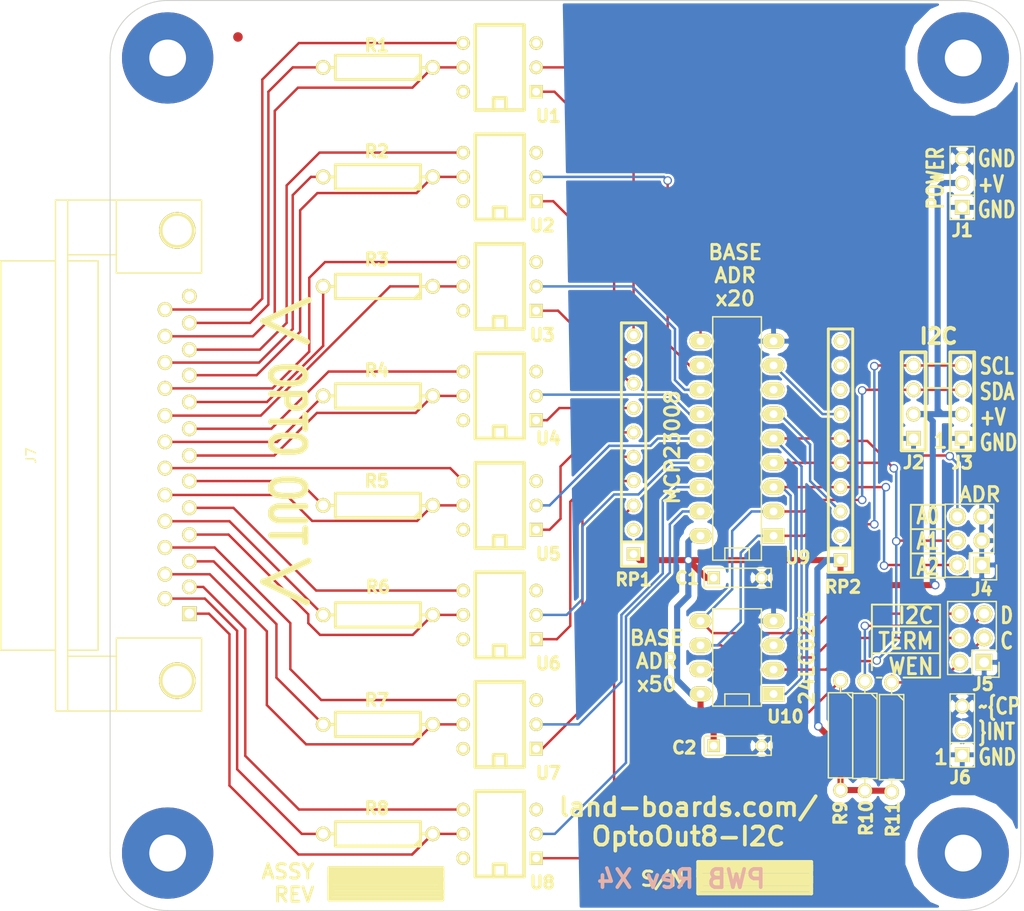
<source format=kicad_pcb>
(kicad_pcb (version 20211014) (generator pcbnew)
  (title_block (title "8-Channel Opto-Isolated Output I2C") (rev "X1") (company "land-boards.com"))
  (layers (0 "F.Cu" signal) (31 "B.Cu" signal) (36 "B.SilkS" user "B.Silkscreen") (37 "F.SilkS" user "F.Silkscreen") (38 "B.Mask" user) (39 "F.Mask" user) (44 "Edge.Cuts" user))
  (net 0 "")
  (net 1 "/A0")
  (net 2 "/A1")
  (net 3 "/A2")
  (net 4 "/SCL")
  (net 5 "/SDA")
  (net 6 "/VCC")
  (net 7 "GND")
  (net 8 "Net-(RP1-Pad3)")
  (net 9 "Net-(RP1-Pad4)")
  (net 10 "Net-(RP1-Pad5)")
  (net 11 "Net-(RP1-Pad6)")
  (net 12 "Net-(RP1-Pad7)")
  (net 13 "Net-(RP1-Pad8)")
  (net 14 "Net-(RP1-Pad9)")
  (net 15 "Net-(RP1-Pad10)")
  (net 16 "Net-(RP2-Pad3)")
  (net 17 "Net-(RP2-Pad7)")
  (net 18 "Net-(U1-Pad2)")
  (net 19 "Net-(U2-Pad2)")
  (net 20 "Net-(U3-Pad2)")
  (net 21 "Net-(U4-Pad2)")
  (net 22 "Net-(U5-Pad2)")
  (net 23 "Net-(U6-Pad2)")
  (net 24 "Net-(U7-Pad2)")
  (net 25 "Net-(U8-Pad2)")
  (net 26 "Net-(J5-Pad3)")
  (net 27 "Net-(J5-Pad2)")
  (net 28 "Net-(J5-Pad5)")
  (net 29 "/S7")
  (net 30 "/G7")
  (net 31 "/V6")
  (net 32 "/S5")
  (net 33 "/G5")
  (net 34 "/V4")
  (net 35 "/S3")
  (net 36 "/G3")
  (net 37 "/V2")
  (net 38 "/S1")
  (net 39 "/G1")
  (net 40 "/V0")
  (net 41 "/V7")
  (net 42 "/S6")
  (net 43 "/G6")
  (net 44 "/V5")
  (net 45 "/S4")
  (net 46 "/G4")
  (net 47 "/V3")
  (net 48 "/S2")
  (net 49 "/G2")
  (net 50 "/V1")
  (net 51 "/S0")
  (net 52 "/G0")
  (footprint "R4-5" (layer "F.Cu") (at 37.94 16.985 180)
    (fp_text reference "R1")
    (fp_text value "4.7K" hide)
  )
  (footprint "R4-5" (layer "F.Cu") (at 37.94 28.415 180)
    (fp_text reference "R2")
    (fp_text value "4.7K" hide)
  )
  (footprint "R4-5" (layer "F.Cu") (at 37.94 39.845 180)
    (fp_text reference "R3")
    (fp_text value "4.7K" hide)
  )
  (footprint "R4-5" (layer "F.Cu") (at 37.94 51.275 180)
    (fp_text reference "R4")
    (fp_text value "4.7K" hide)
  )
  (footprint "R4-5" (layer "F.Cu") (at 37.94 62.705 180)
    (fp_text reference "R5")
    (fp_text value "4.7K" hide)
  )
  (footprint "R4-5" (layer "F.Cu") (at 37.94 74.135 180)
    (fp_text reference "R6")
    (fp_text value "4.7K" hide)
  )
  (footprint "R4-5" (layer "F.Cu") (at 37.94 96.995 180)
    (fp_text reference "R8")
    (fp_text value "4.7K" hide)
  )
  (footprint "R4-5" (layer "F.Cu") (at 37.94 85.565 180)
    (fp_text reference "R7")
    (fp_text value "4.7K" hide)
  )
  (footprint "DIP-6__300" (layer "F.Cu") (at 50.64 96.995 90)
    (fp_text reference "U8")
    (fp_text value "4N26" hide)
  )
  (footprint "DIP-6__300" (layer "F.Cu") (at 50.64 16.985 90)
    (fp_text reference "U1")
    (fp_text value "4N26" hide)
  )
  (footprint "DIP-6__300" (layer "F.Cu") (at 50.64 28.415 90)
    (fp_text reference "U2")
    (fp_text value "4N26" hide)
  )
  (footprint "DIP-6__300" (layer "F.Cu") (at 50.64 39.845 90)
    (fp_text reference "U3")
    (fp_text value "4N26" hide)
  )
  (footprint "DIP-6__300" (layer "F.Cu") (at 50.64 51.275 90)
    (fp_text reference "U4")
    (fp_text value "4N26" hide)
  )
  (footprint "DIP-6__300" (layer "F.Cu") (at 50.64 62.705 90)
    (fp_text reference "U5")
    (fp_text value "4N26" hide)
  )
  (footprint "DIP-6__300" (layer "F.Cu") (at 50.64 74.135 90)
    (fp_text reference "U6")
    (fp_text value "4N26" hide)
  )
  (footprint "DIP-6__300" (layer "F.Cu") (at 50.64 85.565 90)
    (fp_text reference "U7")
    (fp_text value "4N26" hide)
  )
  (footprint "MTG-6-32" (layer "F.Cu") (at 16 16 180)
    (fp_text reference "MTG4" hide)
    (fp_text value "MTG_HOLE" hide)
  )
  (footprint "MTG-6-32" (layer "F.Cu") (at 99 16 180)
    (fp_text reference "MTG3" hide)
    (fp_text value "MTG_HOLE" hide)
  )
  (footprint "MTG-6-32" (layer "F.Cu") (at 16 99 180)
    (fp_text reference "MTG2" hide)
    (fp_text value "MTG_HOLE" hide)
  )
  (footprint "MTG-6-32" (layer "F.Cu") (at 99 99 180)
    (fp_text reference "MTG1" hide)
    (fp_text value "MTG_HOLE" hide)
  )
  (footprint "FIDUCIAL" (layer "F.Cu") (at 23.335 13.81 180)
    (fp_text reference "FID2" hide)
    (fp_text value "ADAFRUIT_FIDUCIAL" hide)
  )
  (footprint "FIDUCIAL" (layer "F.Cu") (at 90.01 101.44 180)
    (fp_text reference "FID1" hide)
    (fp_text value "ADAFRUIT_FIDUCIAL" hide)
  )
  (footprint "REV_BLOCK" (layer "F.Cu") (at 39.21 102.075 180)
    (fp_text reference "ST2" hide)
    (fp_text value "CONN_1" hide)
  )
  (footprint "pin_array_4x1" (layer "F.Cu") (at 98.9 55.72)
    (fp_text reference "J3")
    (fp_text value "CONN_4" hide)
  )
  (footprint "REV_BLOCK" (layer "F.Cu") (at 77.691 101.44 180)
    (fp_text reference "ST1" hide)
    (fp_text value "CONN_1" hide)
  )
  (footprint "SIL-10" (layer "F.Cu") (at 64.61 56.355 90)
    (fp_text reference "RP1")
    (fp_text value "330-RPACK" hide)
  )
  (footprint "SIL-10" (layer "F.Cu") (at 86.2 56.99 90)
    (fp_text reference "RP2")
    (fp_text value "4.7K-RPACK" hide)
  )
  (footprint "pin_array_4x1" (layer "F.Cu") (at 93.82 55.72)
    (fp_text reference "J2")
    (fp_text value "CONN_4" hide)
  )
  (footprint "PIN_ARRAY_3X1" (layer "F.Cu") (at 98.9 29.05 90)
    (fp_text reference "J1")
    (fp_text value "CONN_3" hide)
  )
  (footprint "PIN_ARRAY_3X1" (layer "F.Cu") (at 98.9 86.2 90)
    (fp_text reference "J6")
    (fp_text value "CONN_3" hide)
  )
  (footprint "Discret:R4-5" (layer "F.Cu") (at 88.74 86.7715 -90)
    (fp_text reference "R10")
    (fp_text value "2.2K" hide)
  )
  (footprint "Discret:R4-5" (layer "F.Cu") (at 91.534 86.8985 -90)
    (fp_text reference "R11")
    (fp_text value "2.2K" hide)
  )
  (footprint "Discret:R4-5" (layer "F.Cu") (at 86.2 86.708 -90)
    (fp_text reference "R9")
    (fp_text value "1K" hide)
  )
  (footprint "Pin_Headers:Pin_Header_Straight_2x03" (layer "F.Cu") (at 100.932 68.928 180)
    (fp_text reference "J4")
    (fp_text value "CONN_3X2" hide)
  )
  (footprint "Pin_Headers:Pin_Header_Straight_2x03" (layer "F.Cu") (at 101.186 79.088 180)
    (fp_text reference "J5")
    (fp_text value "CONN_02X03" hide)
  )
  (footprint "Capacitors_ThroughHole:C_Rect_L7_W2_P5" (layer "F.Cu") (at 72.964 70.264)
    (fp_text reference "C1")
    (fp_text value "0.1uF" hide)
  )
  (footprint "Capacitors_ThroughHole:C_Rect_L7_W2_P5" (layer "F.Cu") (at 72.964 87.79)
    (fp_text reference "C2")
    (fp_text value "0.1uF" hide)
  )
  (footprint "Housings_DIP:DIP-18__300_ELL" (layer "F.Cu") (at 75.405 55.72 90)
    (fp_text reference "U9")
    (fp_text value "MCP23008P" hide)
  )
  (footprint "Housings_DIP:DIP-8__300_ELL" (layer "F.Cu") (at 75.405 78.58 90)
    (fp_text reference "U10")
    (fp_text value "24C01" hide)
  )
  (footprint "DougsNewMods:DB25FC" (layer "F.Cu") (at 17 57.5 90)
    (fp_text reference "J7")
    (fp_text value "DB25")
  )
  (gr_line (start 93.538 70.01) (end 93.538 70.264) (layer "F.SilkS") (width 0.2))
  (gr_line (start 96.586 80.678) (end 92.776 80.678) (layer "F.SilkS") (width 0.2))
  (gr_line (start 90.49 80.678) (end 89.982 80.678) (layer "F.SilkS") (width 0.2))
  (gr_line (start 96.586 75.344) (end 96.586 78.138) (layer "F.SilkS") (width 0.2))
  (gr_line (start 93.538 70.264) (end 97.094 70.264) (layer "F.SilkS") (width 0.2))
  (gr_line (start 95.062 50.452) (end 97.602 50.452) (layer "F.SilkS") (width 0.2))
  (gr_line (start 95.824 47.912) (end 95.062 47.912) (layer "F.SilkS") (width 0.2))
  (gr_line (start 89.474 73.058) (end 89.474 75.344) (layer "F.SilkS") (width 0.2))
  (gr_line (start 96.586 80.424) (end 96.586 80.678) (layer "F.SilkS") (width 0.2))
  (gr_line (start 97.094 62.644) (end 93.538 62.644) (layer "F.SilkS") (width 0.2))
  (gr_line (start 93.538 67.724) (end 97.094 67.724) (layer "F.SilkS") (width 0.2))
  (gr_line (start 89.474 75.344) (end 96.586 75.344) (layer "F.SilkS") (width 0.2))
  (gr_line (start 96.332 73.058) (end 96.586 73.058) (layer "F.SilkS") (width 0.2))
  (gr_line (start 96.586 73.058) (end 89.474 73.058) (layer "F.SilkS") (width 0.2))
  (gr_line (start 93.538 62.644) (end 93.538 70.01) (layer "F.SilkS") (width 0.2))
  (gr_line (start 96.586 73.058) (end 96.586 80.424) (layer "F.SilkS") (width 0.2))
  (gr_line (start 89.474 78.138) (end 89.474 75.344) (layer "F.SilkS") (width 0.2))
  (gr_line (start 89.474 78.138) (end 89.474 79.916) (layer "F.SilkS") (width 0.2))
  (gr_line (start 93.538 65.184) (end 97.094 65.184) (layer "F.SilkS") (width 0.2))
  (gr_line (start 95.57 47.912) (end 97.602 47.912) (layer "F.SilkS") (width 0.2))
  (gr_line (start 96.586 78.138) (end 89.728 78.138) (layer "F.SilkS") (width 0.2))
  (gr_line (start 89.728 78.138) (end 89.474 78.138) (layer "F.SilkS") (width 0.2))
  (gr_line (start 105 16) (end 105 99) (layer "Edge.Cuts") (width 0.1))
  (gr_line (start 99 105) (end 16 105) (layer "Edge.Cuts") (width 0.1))
  (gr_arc (start 99 10) (mid 103.242641 11.757359) (end 105 16) (layer "Edge.Cuts") (width 0.1))
  (gr_arc (start 10 16) (mid 11.757359 11.757359) (end 16 10) (layer "Edge.Cuts") (width 0.1))
  (gr_line (start 16 10) (end 99 10) (layer "Edge.Cuts") (width 0.1))
  (gr_line (start 10 99) (end 10 16) (layer "Edge.Cuts") (width 0.1))
  (gr_arc (start 105 99) (mid 103.242641 103.242641) (end 99 105) (layer "Edge.Cuts") (width 0.1))
  (gr_arc (start 16 105) (mid 11.757359 103.242641) (end 10 99) (layer "Edge.Cuts") (width 0.1))
  (gr_text "PWB Rev X4" (at 78.58 101.694) (layer "B.SilkS") (effects (font (size 1.905 1.905) (thickness 0.381)) (justify left mirror)))
  (gr_text "1" (at 96.614 55.974) (layer "F.SilkS") (effects (font (size 1.5 1.5) (thickness 0.3))))
  (gr_text "A0\nA1\nA2" (at 95.316 66.454) (layer "F.SilkS") (effects (font (size 1.651 1.27) (thickness 0.3175))))
  (gr_text "\\/ OPTO OUT \\/" (at 28.415 73.5 270) (layer "F.SilkS") (effects (font (size 3.556 2.54) (thickness 0.635)) (justify right)))
  (gr_text "BASE\nADR\nx20" (at 75.2145 38.702) (layer "F.SilkS") (effects (font (size 1.5 1.5) (thickness 0.3))))
  (gr_text "ADR" (at 98.392 61.562) (layer "F.SilkS") (effects (font (size 1.5 1.5) (thickness 0.3)) (justify left)))
  (gr_text "I2C\nTERM\nWEN" (at 96.078 76.868) (layer "F.SilkS") (effects (font (size 1.651 1.5) (thickness 0.3)) (justify right)))
  (gr_text "S/N" (at 70.1345 101.694) (layer "F.SilkS") (effects (font (size 1.5 1.5) (thickness 0.3)) (justify right)))
  (gr_text "BASE\nADR\nx50" (at 67.023 78.961) (layer "F.SilkS") (effects (font (size 1.5 1.5) (thickness 0.3))))
  (gr_text "MCP23008" (at 68.65 56.65 90) (layer "F.SilkS") (effects (font (size 1.5 1.5) (thickness 0.3))))
  (gr_text "GND\n+V\nGND" (at 100.3605 29.177) (layer "F.SilkS") (effects (font (size 1.651 1.27) (thickness 0.3)) (justify left)))
  (gr_text "24LC024" (at 82.7 78.6 90) (layer "F.SilkS") (effects (font (size 1.5 1.5) (thickness 0.3))))
  (gr_text "~{CP\n}INT\nGND" (at 100.424 86.327) (layer "F.SilkS") (effects (font (size 1.651 1.27) (thickness 0.3)) (justify left)))
  (gr_text "ASSY\nREV" (at 31.463 102.1385) (layer "F.SilkS") (effects (font (size 1.5 1.5) (thickness 0.3)) (justify right)))
  (gr_text "D\nC" (at 102.71 75.532) (layer "F.SilkS") (effects (font (size 1.651 1.27) (thickness 0.3)) (justify left)))
  (gr_text "SCL\nSDA\n+V\nGND" (at 100.551 52.164) (layer "F.SilkS") (effects (font (size 1.651 1.27) (thickness 0.3)) (justify left)))
  (gr_text "1" (at 96.7 89) (layer "F.SilkS") (effects (font (size 1.5 1.5) (thickness 0.3))))
  (gr_text "I2C" (at 96.4235 45.052) (layer "F.SilkS") (effects (font (size 1.5875 1.5875) (thickness 0.396875))))
  (gr_text "POWER" (at 96.106 31.971 90) (layer "F.SilkS") (effects (font (size 1.651 1.27) (thickness 0.3)) (justify left)))
  (gr_text "land-boards.com/\nOptoOut8-I2C" (at 70.325 95.725) (layer "F.SilkS") (effects (font (size 1.905 1.905) (thickness 0.381))))
  (segment (start 90.518 57.498) (end 88.994 55.974) (width 0.254) (layer "F.Cu") (net 1))
  (segment (start 88.994 55.974) (end 86.454 55.974) (width 0.254) (layer "F.Cu") (net 1))
  (segment (start 86.454 55.974) (end 86.2 55.72) (width 0.254) (layer "F.Cu") (net 1))
  (segment (start 97.602 57.564) (end 97.536 57.498) (width 0.254) (layer "F.Cu") (net 1))
  (segment (start 97.536 57.498) (end 90.518 57.498) (width 0.254) (layer "F.Cu") (net 1))
  (segment (start 79.215 55.72) (end 86.2 55.72) (width 0.254) (layer "F.Cu") (net 1))
  (via (at 97.602 57.564) (size 0.889) (drill 0.635) (layers "F.Cu" "B.Cu") (net 1))
  (segment (start 80.485 82.39) (end 82.136 80.739) (width 0.254) (layer "B.Cu") (net 1))
  (segment (start 82.136 80.739) (end 82.136 58.641) (width 0.254) (layer "B.Cu") (net 1))
  (segment (start 82.136 58.641) (end 79.215 55.72) (width 0.254) (layer "B.Cu") (net 1))
  (segment (start 98.392 58.354) (end 97.602 57.564) (width 0.254) (layer "B.Cu") (net 1))
  (segment (start 79.215 82.39) (end 80.485 82.39) (width 0.254) (layer "B.Cu") (net 1))
  (segment (start 98.392 63.848) (end 98.392 58.354) (width 0.254) (layer "B.Cu") (net 1))
  (segment (start 84.676 79.85) (end 85.565 78.961) (width 0.254) (layer "F.Cu") (net 2))
  (segment (start 89.921 78.961) (end 89.982 78.9) (width 0.254) (layer "F.Cu") (net 2))
  (segment (start 91.186 58.26) (end 91.76 58.834) (width 0.254) (layer "F.Cu") (net 2))
  (segment (start 92.08 66.388) (end 92.014 66.454) (width 0.254) (layer "F.Cu") (net 2))
  (segment (start 86.2 58.26) (end 91.186 58.26) (width 0.254) (layer "F.Cu") (net 2))
  (segment (start 79.215 58.26) (end 86.2 58.26) (width 0.254) (layer "F.Cu") (net 2))
  (segment (start 85.565 78.961) (end 89.921 78.961) (width 0.254) (layer "F.Cu") (net 2))
  (segment (start 79.215 79.85) (end 84.676 79.85) (width 0.254) (layer "F.Cu") (net 2))
  (segment (start 98.392 66.388) (end 92.08 66.388) (width 0.254) (layer "F.Cu") (net 2))
  (via (at 91.76 58.834) (size 0.889) (drill 0.635) (layers "F.Cu" "B.Cu") (net 2))
  (via (at 92.014 66.454) (size 0.889) (drill 0.635) (layers "F.Cu" "B.Cu") (net 2))
  (via (at 89.982 78.9) (size 0.889) (drill 0.635) (layers "F.Cu" "B.Cu") (net 2))
  (segment (start 91.76 58.834) (end 92.014 59.088) (width 0.254) (layer "B.Cu") (net 2))
  (segment (start 92.014 59.088) (end 92.014 66.454) (width 0.254) (layer "B.Cu") (net 2))
  (segment (start 92.014 76.868) (end 89.982 78.9) (width 0.254) (layer "B.Cu") (net 2))
  (segment (start 92.014 66.454) (end 92.014 76.868) (width 0.254) (layer "B.Cu") (net 2))
  (segment (start 90.744 68.994) (end 90.81 68.928) (width 0.254) (layer "F.Cu") (net 3))
  (segment (start 90.81 68.928) (end 98.392 68.928) (width 0.254) (layer "F.Cu") (net 3))
  (segment (start 79.215 60.8) (end 86.2 60.8) (width 0.254) (layer "F.Cu") (net 3))
  (segment (start 86.2 60.8) (end 90.932 60.8) (width 0.254) (layer "F.Cu") (net 3))
  (via (at 90.932 60.8) (size 0.889) (drill 0.635) (layers "F.Cu" "B.Cu") (net 3))
  (via (at 90.744 68.994) (size 0.889) (drill 0.635) (layers "F.Cu" "B.Cu") (net 3))
  (segment (start 80.104 60.8) (end 80.993 61.689) (width 0.254) (layer "B.Cu") (net 3))
  (segment (start 80.993 61.689) (end 80.993 75.532) (width 0.254) (layer "B.Cu") (net 3))
  (segment (start 80.993 75.532) (end 79.215 77.31) (width 0.254) (layer "B.Cu") (net 3))
  (segment (start 90.932 60.8) (end 90.744 60.988) (width 0.254) (layer "B.Cu") (net 3))
  (segment (start 90.744 60.988) (end 90.744 68.994) (width 0.254) (layer "B.Cu") (net 3))
  (segment (start 79.215 60.8) (end 80.104 60.8) (width 0.254) (layer "B.Cu") (net 3))
  (segment (start 75.024 78.58) (end 73.754 77.31) (width 0.254) (layer "F.Cu") (net 4))
  (segment (start 73.754 77.31) (end 71.595 77.31) (width 0.254) (layer "F.Cu") (net 4))
  (segment (start 83.406 78.58) (end 75.024 78.58) (width 0.254) (layer "F.Cu") (net 4))
  (segment (start 83.406 78.58) (end 85.438 76.548) (width 0.254) (layer "F.Cu") (net 4))
  (segment (start 89.728 48.166) (end 89.794 48.1) (width 0.254) (layer "F.Cu") (net 4))
  (segment (start 89.794 48.1) (end 93.82 48.1) (width 0.254) (layer "F.Cu") (net 4))
  (segment (start 82.428 65.88) (end 83.632 64.676) (width 0.254) (layer "F.Cu") (net 4))
  (segment (start 83.632 64.676) (end 89.728 64.676) (width 0.254) (layer "F.Cu") (net 4))
  (segment (start 93.82 48.1) (end 98.9 48.1) (width 0.254) (layer "F.Cu") (net 4))
  (segment (start 85.438 76.548) (end 98.646 76.548) (width 0.254) (layer "F.Cu") (net 4))
  (segment (start 79.215 65.88) (end 82.428 65.88) (width 0.254) (layer "F.Cu") (net 4))
  (via (at 89.728 64.676) (size 0.889) (drill 0.635) (layers "F.Cu" "B.Cu") (net 4))
  (via (at 89.728 48.166) (size 0.889) (drill 0.635) (layers "F.Cu" "B.Cu") (net 4))
  (segment (start 73.373 77.31) (end 75.786 74.897) (width 0.254) (layer "B.Cu") (net 4))
  (segment (start 75.786 74.897) (end 75.786 67.658) (width 0.254) (layer "B.Cu") (net 4))
  (segment (start 75.786 67.658) (end 77.564 65.88) (width 0.254) (layer "B.Cu") (net 4))
  (segment (start 77.564 65.88) (end 79.215 65.88) (width 0.254) (layer "B.Cu") (net 4))
  (segment (start 89.728 64.676) (end 89.728 48.166) (width 0.254) (layer "B.Cu") (net 4))
  (segment (start 71.595 77.31) (end 73.373 77.31) (width 0.254) (layer "B.Cu") (net 4))
  (segment (start 85.057 74.008) (end 83.025 76.04) (width 0.254) (layer "F.Cu") (net 5))
  (segment (start 83.025 76.04) (end 72.865 76.04) (width 0.254) (layer "F.Cu") (net 5))
  (segment (start 72.865 76.04) (end 71.595 74.77) (width 0.254) (layer "F.Cu") (net 5))
  (segment (start 88.458 50.706) (end 88.524 50.64) (width 0.254) (layer "F.Cu") (net 5))
  (segment (start 88.524 50.64) (end 93.82 50.64) (width 0.254) (layer "F.Cu") (net 5))
  (segment (start 82.428 63.34) (end 83.632 62.136) (width 0.254) (layer "F.Cu") (net 5))
  (segment (start 83.632 62.136) (end 88.458 62.136) (width 0.254) (layer "F.Cu") (net 5))
  (segment (start 98.646 74.008) (end 85.057 74.008) (width 0.254) (layer "F.Cu") (net 5))
  (segment (start 79.215 63.34) (end 82.428 63.34) (width 0.254) (layer "F.Cu") (net 5))
  (segment (start 93.82 50.64) (end 98.9 50.64) (width 0.254) (layer "F.Cu") (net 5))
  (via (at 88.458 62.136) (size 0.889) (drill 0.635) (layers "F.Cu" "B.Cu") (net 5))
  (via (at 88.458 50.706) (size 0.889) (drill 0.635) (layers "F.Cu" "B.Cu") (net 5))
  (segment (start 74.897 71.468) (end 74.897 65.372) (width 0.254) (layer "B.Cu") (net 5))
  (segment (start 74.897 65.372) (end 76.929 63.34) (width 0.254) (layer "B.Cu") (net 5))
  (segment (start 76.929 63.34) (end 79.215 63.34) (width 0.254) (layer "B.Cu") (net 5))
  (segment (start 88.458 62.136) (end 88.458 50.706) (width 0.254) (layer "B.Cu") (net 5))
  (segment (start 71.595 74.77) (end 74.897 71.468) (width 0.254) (layer "B.Cu") (net 5))
  (segment (start 71.595 74.77) (end 71.722 74.77) (width 0.254) (layer "B.Cu") (net 5))
  (segment (start 88.6765 92.423) (end 88.74 92.4865) (width 0.254) (layer "F.Cu") (net 6))
  (segment (start 91.407 92.4865) (end 91.534 92.6135) (width 0.254) (layer "F.Cu") (net 6))
  (segment (start 86.2 70.292) (end 86.934 71.026) (width 0.254) (layer "F.Cu") (net 6))
  (segment (start 88.6765 92.423) (end 88.74 92.4865) (width 0.635) (layer "F.Cu") (net 6))
  (segment (start 91.407 92.4865) (end 91.534 92.6135) (width 0.635) (layer "F.Cu") (net 6))
  (segment (start 86.934 71.026) (end 86.2 70.292) (width 0.635) (layer "F.Cu") (net 6))
  (segment (start 86.2 70.292) (end 86.2 68.42) (width 0.635) (layer "F.Cu") (net 6))
  (segment (start 72.169 70.264) (end 70.325 68.42) (width 0.635) (layer "F.Cu") (net 6))
  (segment (start 71.595 83.881) (end 72.964 85.25) (width 0.635) (layer "F.Cu") (net 6))
  (segment (start 72.964 85.25) (end 72.964 87.79) (width 0.635) (layer "F.Cu") (net 6))
  (segment (start 83.886 85.758) (end 86.2 88.072) (width 0.635) (layer "F.Cu") (net 6))
  (segment (start 86.2 88.072) (end 86.2 92.423) (width 0.635) (layer "F.Cu") (net 6))
  (segment (start 65.245 68.42) (end 64.61 67.785) (width 0.635) (layer "F.Cu") (net 6))
  (segment (start 70.325 68.42) (end 65.245 68.42) (width 0.635) (layer "F.Cu") (net 6))
  (segment (start 96.078 71.026) (end 86.934 71.026) (width 0.635) (layer "F.Cu") (net 6))
  (segment (start 72.964 70.264) (end 72.169 70.264) (width 0.635) (layer "F.Cu") (net 6))
  (segment (start 88.74 92.4865) (end 91.407 92.4865) (width 0.635) (layer "F.Cu") (net 6))
  (segment (start 86.2 68.42) (end 70.325 68.42) (width 0.635) (layer "F.Cu") (net 6))
  (segment (start 86.2 68.42) (end 86.2 70.292) (width 0.254) (layer "F.Cu") (net 6))
  (segment (start 71.595 82.39) (end 71.595 83.881) (width 0.635) (layer "F.Cu") (net 6))
  (segment (start 86.2 92.423) (end 88.6765 92.423) (width 0.635) (layer "F.Cu") (net 6))
  (via (at 83.886 85.758) (size 0.889) (drill 0.635) (layers "F.Cu" "B.Cu") (net 6))
  (via (at 96.078 71.026) (size 0.889) (drill 0.635) (layers "F.Cu" "B.Cu") (net 6))
  (via (at 70.325 68.42) (size 0.889) (drill 0.635) (layers "F.Cu" "B.Cu") (net 6))
  (segment (start 70.96 65.88) (end 70.325 66.515) (width 0.254) (layer "B.Cu") (net 6))
  (segment (start 70.325 66.515) (end 70.325 68.42) (width 0.254) (layer "B.Cu") (net 6))
  (segment (start 95.09 53.18) (end 95.979 54.069) (width 0.254) (layer "B.Cu") (net 6))
  (segment (start 96.078 71.026) (end 95.979 70.927) (width 0.254) (layer "B.Cu") (net 6))
  (segment (start 95.979 70.927) (end 95.979 54.069) (width 0.254) (layer "B.Cu") (net 6))
  (segment (start 96.774 53.18) (end 96.332 52.738) (width 0.635) (layer "B.Cu") (net 6))
  (segment (start 96.332 52.738) (end 96.332 29.624) (width 0.635) (layer "B.Cu") (net 6))
  (segment (start 96.332 29.624) (end 96.906 29.05) (width 0.635) (layer "B.Cu") (net 6))
  (segment (start 96.906 29.05) (end 98.9 29.05) (width 0.635) (layer "B.Cu") (net 6))
  (segment (start 95.09 53.18) (end 95.824 53.914) (width 0.635) (layer "B.Cu") (net 6))
  (segment (start 95.824 53.914) (end 95.824 70.772) (width 0.635) (layer "B.Cu") (net 6))
  (segment (start 95.824 70.772) (end 96.078 71.026) (width 0.635) (layer "B.Cu") (net 6))
  (segment (start 70.96 65.88) (end 70.325 66.515) (width 0.635) (layer "B.Cu") (net 6))
  (segment (start 70.325 66.515) (end 70.325 68.42) (width 0.635) (layer "B.Cu") (net 6))
  (segment (start 70.325 72.141) (end 69.154 73.312) (width 0.635) (layer "B.Cu") (net 6))
  (segment (start 69.154 73.312) (end 69.154 80.932) (width 0.635) (layer "B.Cu") (net 6))
  (segment (start 69.154 80.932) (end 70.612 82.39) (width 0.635) (layer "B.Cu") (net 6))
  (segment (start 70.612 82.39) (end 71.595 82.39) (width 0.635) (layer "B.Cu") (net 6))
  (segment (start 83.787 85.659) (end 83.886 85.758) (width 0.635) (layer "B.Cu") (net 6))
  (segment (start 83.787 69.347) (end 84.714 68.42) (width 0.635) (layer "B.Cu") (net 6))
  (segment (start 84.714 68.42) (end 86.2 68.42) (width 0.635) (layer "B.Cu") (net 6))
  (segment (start 71.595 65.88) (end 70.96 65.88) (width 0.635) (layer "B.Cu") (net 6))
  (segment (start 93.82 53.18) (end 95.09 53.18) (width 0.635) (layer "B.Cu") (net 6))
  (segment (start 70.325 68.42) (end 70.325 72.141) (width 0.635) (layer "B.Cu") (net 6))
  (segment (start 93.82 53.18) (end 98.9 53.18) (width 0.635) (layer "B.Cu") (net 6))
  (segment (start 98.9 53.18) (end 96.774 53.18) (width 0.635) (layer "B.Cu") (net 6))
  (segment (start 83.787 85.659) (end 83.787 69.347) (width 0.635) (layer "B.Cu") (net 6))
  (segment (start 62.578 97.63) (end 60.673 99.535) (width 0.254) (layer "F.Cu") (net 8))
  (segment (start 60.673 99.535) (end 54.45 99.535) (width 0.254) (layer "F.Cu") (net 8))
  (segment (start 62.578 64.737) (end 64.61 62.705) (width 0.254) (layer "F.Cu") (net 8))
  (segment (start 62.578 97.63) (end 62.578 64.737) (width 0.254) (layer "F.Cu") (net 8))
  (segment (start 55.085 88.105) (end 59.276 83.914) (width 0.254) (layer "F.Cu") (net 9))
  (segment (start 59.276 63.467) (end 62.578 60.165) (width 0.254) (layer "F.Cu") (net 9))
  (segment (start 62.578 60.165) (end 64.61 60.165) (width 0.254) (layer "F.Cu") (net 9))
  (segment (start 59.276 83.914) (end 59.276 63.467) (width 0.254) (layer "F.Cu") (net 9))
  (segment (start 54.45 88.105) (end 55.085 88.105) (width 0.254) (layer "F.Cu") (net 9))
  (segment (start 56.609 76.675) (end 58.006 75.278) (width 0.254) (layer "F.Cu") (net 10))
  (segment (start 58.006 62.324) (end 62.705 57.625) (width 0.254) (layer "F.Cu") (net 10))
  (segment (start 62.705 57.625) (end 64.61 57.625) (width 0.254) (layer "F.Cu") (net 10))
  (segment (start 54.45 76.675) (end 56.609 76.675) (width 0.254) (layer "F.Cu") (net 10))
  (segment (start 58.006 75.278) (end 58.006 62.324) (width 0.254) (layer "F.Cu") (net 10))
  (segment (start 55.847 65.245) (end 56.99 64.102) (width 0.254) (layer "F.Cu") (net 11))
  (segment (start 56.99 58.641) (end 60.546 55.085) (width 0.254) (layer "F.Cu") (net 11))
  (segment (start 60.546 55.085) (end 64.61 55.085) (width 0.254) (layer "F.Cu") (net 11))
  (segment (start 56.99 64.102) (end 56.99 58.641) (width 0.254) (layer "F.Cu") (net 11))
  (segment (start 54.45 65.245) (end 55.847 65.245) (width 0.254) (layer "F.Cu") (net 11))
  (segment (start 55.593 53.815) (end 56.863 52.545) (width 0.254) (layer "F.Cu") (net 12))
  (segment (start 56.863 52.545) (end 64.61 52.545) (width 0.254) (layer "F.Cu") (net 12))
  (segment (start 54.45 53.815) (end 55.593 53.815) (width 0.254) (layer "F.Cu") (net 12))
  (segment (start 64.356 50.005) (end 56.736 42.385) (width 0.254) (layer "F.Cu") (net 13))
  (segment (start 56.736 42.385) (end 54.45 42.385) (width 0.254) (layer "F.Cu") (net 13))
  (segment (start 64.61 50.005) (end 64.356 50.005) (width 0.254) (layer "F.Cu") (net 13))
  (segment (start 63.721 47.465) (end 62.578 46.322) (width 0.254) (layer "F.Cu") (net 14))
  (segment (start 56.228 30.955) (end 62.578 37.305) (width 0.254) (layer "F.Cu") (net 14))
  (segment (start 62.578 37.305) (end 62.578 46.322) (width 0.254) (layer "F.Cu") (net 14))
  (segment (start 64.61 47.465) (end 63.721 47.465) (width 0.254) (layer "F.Cu") (net 14))
  (segment (start 54.45 30.955) (end 56.228 30.955) (width 0.254) (layer "F.Cu") (net 14))
  (segment (start 56.355 19.525) (end 64.61 27.78) (width 0.254) (layer "F.Cu") (net 15))
  (segment (start 64.61 27.78) (end 64.61 44.925) (width 0.254) (layer "F.Cu") (net 15))
  (segment (start 54.45 19.525) (end 55.085 19.525) (width 0.254) (layer "F.Cu") (net 15))
  (segment (start 54.45 19.525) (end 56.355 19.525) (width 0.254) (layer "F.Cu") (net 15))
  (segment (start 83.025 60.165) (end 83.025 56.355) (width 0.254) (layer "B.Cu") (net 16))
  (segment (start 83.025 56.355) (end 79.85 53.18) (width 0.254) (layer "B.Cu") (net 16))
  (segment (start 79.85 53.18) (end 79.215 53.18) (width 0.254) (layer "B.Cu") (net 16))
  (segment (start 86.2 63.34) (end 83.025 60.165) (width 0.254) (layer "B.Cu") (net 16))
  (segment (start 79.85 48.1) (end 79.215 48.1) (width 0.254) (layer "B.Cu") (net 17))
  (segment (start 79.248 48.1) (end 84.328 53.18) (width 0.254) (layer "B.Cu") (net 17))
  (segment (start 84.328 53.18) (end 86.2 53.18) (width 0.254) (layer "B.Cu") (net 17))
  (segment (start 79.215 48.1) (end 79.248 48.1) (width 0.254) (layer "B.Cu") (net 17))
  (segment (start 71.595 26.383) (end 62.197 16.985) (width 0.254) (layer "F.Cu") (net 18))
  (segment (start 62.197 16.985) (end 54.45 16.985) (width 0.254) (layer "F.Cu") (net 18))
  (segment (start 71.595 45.56) (end 71.595 26.383) (width 0.254) (layer "F.Cu") (net 18))
  (segment (start 70.452 48.1) (end 68.166 45.814) (width 0.254) (layer "F.Cu") (net 19))
  (segment (start 68.166 45.814) (end 68.166 28.796) (width 0.254) (layer "F.Cu") (net 19))
  (segment (start 71.595 48.1) (end 71.595 47.973) (width 0.254) (layer "F.Cu") (net 19))
  (segment (start 71.595 48.1) (end 70.452 48.1) (width 0.254) (layer "F.Cu") (net 19))
  (via (at 68.166 28.796) (size 0.889) (drill 0.635) (layers "F.Cu" "B.Cu") (net 19))
  (segment (start 68.166 28.796) (end 67.785 28.415) (width 0.254) (layer "B.Cu") (net 19))
  (segment (start 67.785 28.415) (end 54.45 28.415) (width 0.254) (layer "B.Cu") (net 19))
  (segment (start 69.944 50.64) (end 68.928 49.624) (width 0.254) (layer "B.Cu") (net 20))
  (segment (start 68.928 49.624) (end 68.928 44.29) (width 0.254) (layer "B.Cu") (net 20))
  (segment (start 64.483 39.845) (end 68.928 44.29) (width 0.254) (layer "B.Cu") (net 20))
  (segment (start 54.45 39.845) (end 64.483 39.845) (width 0.254) (layer "B.Cu") (net 20))
  (segment (start 71.595 50.64) (end 69.944 50.64) (width 0.254) (layer "B.Cu") (net 20))
  (segment (start 70.452 53.18) (end 68.42 51.148) (width 0.254) (layer "B.Cu") (net 21))
  (segment (start 68.42 51.148) (end 54.577 51.148) (width 0.254) (layer "B.Cu") (net 21))
  (segment (start 54.577 51.148) (end 54.45 51.275) (width 0.254) (layer "B.Cu") (net 21))
  (segment (start 71.595 53.18) (end 70.452 53.18) (width 0.254) (layer "B.Cu") (net 21))
  (segment (start 67.15 55.72) (end 66.388 56.482) (width 0.254) (layer "B.Cu") (net 22))
  (segment (start 55.847 62.705) (end 62.07 56.482) (width 0.254) (layer "B.Cu") (net 22))
  (segment (start 62.07 56.482) (end 66.388 56.482) (width 0.254) (layer "B.Cu") (net 22))
  (segment (start 54.45 62.705) (end 55.847 62.705) (width 0.254) (layer "B.Cu") (net 22))
  (segment (start 71.595 55.72) (end 67.15 55.72) (width 0.254) (layer "B.Cu") (net 22))
  (segment (start 68.42 58.26) (end 65.118 61.562) (width 0.254) (layer "B.Cu") (net 23))
  (segment (start 65.118 61.562) (end 62.578 61.562) (width 0.254) (layer "B.Cu") (net 23))
  (segment (start 62.578 61.562) (end 59.276 64.864) (width 0.254) (layer "B.Cu") (net 23))
  (segment (start 59.276 64.864) (end 59.276 72.484) (width 0.254) (layer "B.Cu") (net 23))
  (segment (start 59.276 72.484) (end 57.625 74.135) (width 0.254) (layer "B.Cu") (net 23))
  (segment (start 57.625 74.135) (end 54.45 74.135) (width 0.254) (layer "B.Cu") (net 23))
  (segment (start 71.595 58.26) (end 68.42 58.26) (width 0.254) (layer "B.Cu") (net 23))
  (segment (start 58.895 85.565) (end 63.34 81.12) (width 0.254) (layer "B.Cu") (net 24))
  (segment (start 63.34 81.12) (end 63.34 74.135) (width 0.254) (layer "B.Cu") (net 24))
  (segment (start 63.34 74.135) (end 67.658 69.817) (width 0.254) (layer "B.Cu") (net 24))
  (segment (start 67.658 62.197) (end 69.055 60.8) (width 0.254) (layer "B.Cu") (net 24))
  (segment (start 69.055 60.8) (end 71.595 60.8) (width 0.254) (layer "B.Cu") (net 24))
  (segment (start 67.658 69.817) (end 67.658 62.197) (width 0.254) (layer "B.Cu") (net 24))
  (segment (start 54.45 85.565) (end 58.895 85.565) (width 0.254) (layer "B.Cu") (net 24))
  (segment (start 69.728 63.34) (end 68.392 64.676) (width 0.254) (layer "B.Cu") (net 25))
  (segment (start 68.392 64.676) (end 68.392 69.729582) (width 0.254) (layer "B.Cu") (net 25))
  (segment (start 68.392 69.729582) (end 63.82 74.301582) (width 0.254) (layer "B.Cu") (net 25))
  (segment (start 63.82 74.301582) (end 63.82 89.568) (width 0.254) (layer "B.Cu") (net 25))
  (segment (start 63.82 89.568) (end 56.393 96.995) (width 0.254) (layer "B.Cu") (net 25))
  (segment (start 56.393 96.995) (end 54.45 96.995) (width 0.254) (layer "B.Cu") (net 25))
  (segment (start 54.45 96.995) (end 55.085 96.995) (width 0.254) (layer "B.Cu") (net 25))
  (segment (start 71.595 63.34) (end 69.728 63.34) (width 0.254) (layer "B.Cu") (net 25))
  (segment (start 94.0105 81.1835) (end 97.376 77.818) (width 0.254) (layer "F.Cu") (net 26))
  (segment (start 97.376 77.818) (end 99.916 77.818) (width 0.254) (layer "F.Cu") (net 26))
  (segment (start 99.916 77.818) (end 101.186 76.548) (width 0.254) (layer "F.Cu") (net 26))
  (segment (start 91.534 81.1835) (end 91.534 80.485) (width 0.254) (layer "F.Cu") (net 26))
  (segment (start 91.534 81.1835) (end 94.0105 81.1835) (width 0.254) (layer "F.Cu") (net 26))
  (segment (start 86.2 82.136) (end 86.708 82.644) (width 0.254) (layer "F.Cu") (net 27))
  (segment (start 86.708 82.644) (end 95.09 82.644) (width 0.254) (layer "F.Cu") (net 27))
  (segment (start 95.09 82.644) (end 98.646 79.088) (width 0.254) (layer "F.Cu") (net 27))
  (segment (start 86.073 81.12) (end 86.2 80.993) (width 0.254) (layer "F.Cu") (net 27))
  (segment (start 82.898 84.295) (end 86.2 80.993) (width 0.254) (layer "F.Cu") (net 27))
  (segment (start 73.152 79.85) (end 77.597 84.295) (width 0.254) (layer "F.Cu") (net 27))
  (segment (start 77.597 84.295) (end 82.898 84.295) (width 0.254) (layer "F.Cu") (net 27))
  (segment (start 71.595 79.85) (end 71.595 79.977) (width 0.254) (layer "F.Cu") (net 27))
  (segment (start 71.595 79.85) (end 73.152 79.85) (width 0.254) (layer "F.Cu") (net 27))
  (segment (start 86.2 80.993) (end 86.2 82.136) (width 0.254) (layer "F.Cu") (net 27))
  (segment (start 71.595 79.85) (end 72.23 79.85) (width 0.254) (layer "F.Cu") (net 27))
  (segment (start 99.916 75.278) (end 101.186 74.008) (width 0.254) (layer "F.Cu") (net 28))
  (segment (start 88.74 75.278) (end 99.916 75.278) (width 0.254) (layer "F.Cu") (net 28))
  (segment (start 88.74 81.0565) (end 89.3115 81.0565) (width 0.254) (layer "F.Cu") (net 28))
  (segment (start 88.74 81.0565) (end 88.8035 81.0565) (width 0.254) (layer "F.Cu") (net 28))
  (segment (start 101.2495 74.0715) (end 101.186 74.0715) (width 0.254) (layer "F.Cu") (net 28))
  (via (at 88.74 75.278) (size 0.889) (drill 0.635) (layers "F.Cu" "B.Cu") (net 28))
  (segment (start 88.74 81.0565) (end 88.74 80.739) (width 0.254) (layer "B.Cu") (net 28))
  (segment (start 88.74 81.0565) (end 88.74 75.278) (width 0.254) (layer "B.Cu") (net 28))
  (segment (start 41.5 99.15) (end 43.655 96.995) (width 0.254) (layer "F.Cu") (net 29))
  (segment (start 20.31 74.01) (end 22.45 76.15) (width 0.254) (layer "F.Cu") (net 29))
  (segment (start 22.45 76.15) (end 22.45 91.95) (width 0.254) (layer "F.Cu") (net 29))
  (segment (start 22.45 91.95) (end 29.65 99.15) (width 0.254) (layer "F.Cu") (net 29))
  (segment (start 29.65 99.15) (end 41.5 99.15) (width 0.254) (layer "F.Cu") (net 29))
  (segment (start 41.5 99.15) (end 43.655 96.995) (width 0.254) (layer "F.Cu") (net 29))
  (segment (start 18.27 74.01) (end 20.31 74.01) (width 0.254) (layer "F.Cu") (net 29))
  (segment (start 43.655 96.995) (end 46.83 96.995) (width 0.254) (layer "F.Cu") (net 29))
  (segment (start 19.716 71.216) (end 24.1 75.6) (width 0.254) (layer "F.Cu") (net 30))
  (segment (start 24.1 75.6) (end 24.1 88.85) (width 0.254) (layer "F.Cu") (net 30))
  (segment (start 24.1 88.85) (end 29.705 94.455) (width 0.254) (layer "F.Cu") (net 30))
  (segment (start 29.705 94.455) (end 46.83 94.455) (width 0.254) (layer "F.Cu") (net 30))
  (segment (start 18.27 71.216) (end 19.716 71.216) (width 0.254) (layer "F.Cu") (net 30))
  (segment (start 20.799 68.549) (end 27.35 75.1) (width 0.254) (layer "F.Cu") (net 31))
  (segment (start 27.35 75.1) (end 27.35 80.69) (width 0.254) (layer "F.Cu") (net 31))
  (segment (start 27.35 80.69) (end 32.225 85.565) (width 0.254) (layer "F.Cu") (net 31))
  (segment (start 18.27 68.549) (end 20.799 68.549) (width 0.254) (layer "F.Cu") (net 31))
  (segment (start 30.675 75) (end 31.9 76.225) (width 0.254) (layer "F.Cu") (net 32))
  (segment (start 31.9 76.225) (end 41.565 76.225) (width 0.254) (layer "F.Cu") (net 32))
  (segment (start 41.565 76.225) (end 43.655 74.135) (width 0.254) (layer "F.Cu") (net 32))
  (segment (start 22.355 65.755) (end 30.675 74.075) (width 0.254) (layer "F.Cu") (net 32))
  (segment (start 30.675 74.075) (end 30.675 75) (width 0.254) (layer "F.Cu") (net 32))
  (segment (start 18.27 65.755) (end 22.355 65.755) (width 0.254) (layer "F.Cu") (net 32))
  (segment (start 43.655 74.135) (end 46.83 74.135) (width 0.254) (layer "F.Cu") (net 32))
  (segment (start 22.861 62.961) (end 31.495 71.595) (width 0.254) (layer "F.Cu") (net 33))
  (segment (start 31.495 71.595) (end 46.83 71.595) (width 0.254) (layer "F.Cu") (net 33))
  (segment (start 18.27 62.961) (end 22.861 62.961) (width 0.254) (layer "F.Cu") (net 33))
  (segment (start 29.687 60.167) (end 32.225 62.705) (width 0.254) (layer "F.Cu") (net 34))
  (segment (start 29.687 60.167) (end 18.27 60.167) (width 0.254) (layer "F.Cu") (net 34))
  (segment (start 27.125 57.5) (end 31.575 53.05) (width 0.254) (layer "F.Cu") (net 35))
  (segment (start 31.575 53.05) (end 41.88 53.05) (width 0.254) (layer "F.Cu") (net 35))
  (segment (start 41.88 53.05) (end 43.655 51.275) (width 0.254) (layer "F.Cu") (net 35))
  (segment (start 43.655 51.275) (end 46.83 51.275) (width 0.254) (layer "F.Cu") (net 35))
  (segment (start 27.125 57.5) (end 18.27 57.5) (width 0.254) (layer "F.Cu") (net 35))
  (segment (start 26.819 54.706) (end 32.79 48.735) (width 0.254) (layer "F.Cu") (net 36))
  (segment (start 32.79 48.735) (end 46.83 48.735) (width 0.254) (layer "F.Cu") (net 36))
  (segment (start 26.819 54.706) (end 18.27 54.706) (width 0.254) (layer "F.Cu") (net 36))
  (segment (start 26.363 51.912) (end 32.225 46.05) (width 0.254) (layer "F.Cu") (net 37))
  (segment (start 32.225 46.05) (end 32.225 39.845) (width 0.254) (layer "F.Cu") (net 37))
  (segment (start 26.363 51.912) (end 18.27 51.912) (width 0.254) (layer "F.Cu") (net 37))
  (segment (start 25.282 49.118) (end 29.825 44.575) (width 0.254) (layer "F.Cu") (net 38))
  (segment (start 29.825 31.9) (end 31.625 30.1) (width 0.254) (layer "F.Cu") (net 38))
  (segment (start 31.625 30.1) (end 41.97 30.1) (width 0.254) (layer "F.Cu") (net 38))
  (segment (start 41.97 30.1) (end 43.655 28.415) (width 0.254) (layer "F.Cu") (net 38))
  (segment (start 25.282 49.118) (end 18.27 49.118) (width 0.254) (layer "F.Cu") (net 38))
  (segment (start 43.655 28.415) (end 46.83 28.415) (width 0.254) (layer "F.Cu") (net 38))
  (segment (start 29.825 44.575) (end 29.825 31.9) (width 0.254) (layer "F.Cu") (net 38))
  (segment (start 25.619 46.451) (end 28.415 43.655) (width 0.254) (layer "F.Cu") (net 39))
  (segment (start 28.415 29.31) (end 31.85 25.875) (width 0.254) (layer "F.Cu") (net 39))
  (segment (start 31.85 25.875) (end 46.83 25.875) (width 0.254) (layer "F.Cu") (net 39))
  (segment (start 28.415 43.655) (end 28.415 29.31) (width 0.254) (layer "F.Cu") (net 39))
  (segment (start 25.619 46.451) (end 18.27 46.451) (width 0.254) (layer "F.Cu") (net 39))
  (segment (start 24.603 43.657) (end 26.51 41.75) (width 0.254) (layer "F.Cu") (net 40))
  (segment (start 26.51 41.75) (end 26.51 19.525) (width 0.254) (layer "F.Cu") (net 40))
  (segment (start 26.51 19.525) (end 29.05 16.985) (width 0.254) (layer "F.Cu") (net 40))
  (segment (start 29.05 16.985) (end 32.225 16.985) (width 0.254) (layer "F.Cu") (net 40))
  (segment (start 24.603 43.657) (end 18.27 43.657) (width 0.254) (layer "F.Cu") (net 40))
  (segment (start 19.8852 72.4352) (end 23.25 75.8) (width 0.254) (layer "F.Cu") (net 41))
  (segment (start 23.25 75.8) (end 23.25 90.25) (width 0.254) (layer "F.Cu") (net 41))
  (segment (start 23.25 90.25) (end 29.995 96.995) (width 0.254) (layer "F.Cu") (net 41))
  (segment (start 29.995 96.995) (end 32.225 96.995) (width 0.254) (layer "F.Cu") (net 41))
  (segment (start 15.73 72.4352) (end 19.8852 72.4352) (width 0.254) (layer "F.Cu") (net 41))
  (segment (start 41.57 87.65) (end 43.655 85.565) (width 0.254) (layer "F.Cu") (net 42))
  (segment (start 20.3952 69.8952) (end 26.35 75.85) (width 0.254) (layer "F.Cu") (net 42))
  (segment (start 26.35 83.55) (end 30.45 87.65) (width 0.254) (layer "F.Cu") (net 42))
  (segment (start 30.45 87.65) (end 41.57 87.65) (width 0.254) (layer "F.Cu") (net 42))
  (segment (start 43.655 85.565) (end 46.83 85.565) (width 0.254) (layer "F.Cu") (net 42))
  (segment (start 15.73 69.8952) (end 20.3952 69.8952) (width 0.254) (layer "F.Cu") (net 42))
  (segment (start 26.35 75.85) (end 26.35 83.55) (width 0.254) (layer "F.Cu") (net 42))
  (segment (start 20.9012 67.1012) (end 28.8 75) (width 0.254) (layer "F.Cu") (net 43))
  (segment (start 28.8 75) (end 28.8 79.8) (width 0.254) (layer "F.Cu") (net 43))
  (segment (start 28.8 79.8) (end 32.025 83.025) (width 0.254) (layer "F.Cu") (net 43))
  (segment (start 32.025 83.025) (end 46.83 83.025) (width 0.254) (layer "F.Cu") (net 43))
  (segment (start 15.73 67.1012) (end 20.9012 67.1012) (width 0.254) (layer "F.Cu") (net 43))
  (segment (start 22.448 64.358) (end 32.225 74.135) (width 0.254) (layer "F.Cu") (net 44))
  (segment (start 15.73 64.358) (end 22.448 64.358) (width 0.254) (layer "F.Cu") (net 44))
  (segment (start 28.3648 61.6148) (end 31.075 64.325) (width 0.254) (layer "F.Cu") (net 45))
  (segment (start 31.075 64.325) (end 42.035 64.325) (width 0.254) (layer "F.Cu") (net 45))
  (segment (start 42.035 64.325) (end 43.655 62.705) (width 0.254) (layer "F.Cu") (net 45))
  (segment (start 43.655 62.705) (end 46.83 62.705) (width 0.254) (layer "F.Cu") (net 45))
  (segment (start 28.3648 61.6148) (end 15.73 61.6148) (width 0.254) (layer "F.Cu") (net 45))
  (segment (start 45.4858 58.8208) (end 46.83 60.165) (width 0.254) (layer "F.Cu") (net 46))
  (segment (start 45.4858 58.8208) (end 15.73 58.8208) (width 0.254) (layer "F.Cu") (net 46))
  (segment (start 27.4224 56.0776) (end 32.225 51.275) (width 0.254) (layer "F.Cu") (net 47))
  (segment (start 27.4224 56.0776) (end 15.73 56.0776) (width 0.254) (layer "F.Cu") (net 47))
  (segment (start 25.7156 53.3344) (end 39.205 39.845) (width 0.254) (layer "F.Cu") (net 48))
  (segment (start 39.205 39.845) (end 43.655 39.845) (width 0.254) (layer "F.Cu") (net 48))
  (segment (start 43.655 39.845) (end 46.83 39.845) (width 0.254) (layer "F.Cu") (net 48))
  (segment (start 25.7156 53.3344) (end 15.73 53.3344) (width 0.254) (layer "F.Cu") (net 48))
  (segment (start 30.775 38.95) (end 32.42 37.305) (width 0.254) (layer "F.Cu") (net 49))
  (segment (start 30.775 46.65) (end 30.775 38.95) (width 0.254) (layer "F.Cu") (net 49))
  (segment (start 26.9354 50.4896) (end 30.775 46.65) (width 0.254) (layer "F.Cu") (net 49))
  (segment (start 26.9354 50.4896) (end 15.73 50.4896) (width 0.254) (layer "F.Cu") (net 49))
  (segment (start 46.83 37.305) (end 32.42 37.305) (width 0.254) (layer "F.Cu") (net 49))
  (segment (start 25.5428 47.7972) (end 29.05 44.29) (width 0.254) (layer "F.Cu") (net 50))
  (segment (start 29.05 44.29) (end 29.05 30.32) (width 0.254) (layer "F.Cu") (net 50))
  (segment (start 29.05 30.32) (end 30.955 28.415) (width 0.254) (layer "F.Cu") (net 50))
  (segment (start 30.955 28.415) (end 32.86 28.415) (width 0.254) (layer "F.Cu") (net 50))
  (segment (start 32.86 28.415) (end 32.225 28.415) (width 0.254) (layer "F.Cu") (net 50))
  (segment (start 25.5428 47.7972) (end 15.73 47.7972) (width 0.254) (layer "F.Cu") (net 50))
  (segment (start 27.175 42.775) (end 24.896 45.054) (width 0.254) (layer "F.Cu") (net 51))
  (segment (start 27.175 21.525) (end 27.175 42.775) (width 0.254) (layer "F.Cu") (net 51))
  (segment (start 27.175 21.525) (end 29.6 19.1) (width 0.254) (layer "F.Cu") (net 51))
  (segment (start 29.6 19.1) (end 41.54 19.1) (width 0.254) (layer "F.Cu") (net 51))
  (segment (start 41.54 19.1) (end 43.655 16.985) (width 0.254) (layer "F.Cu") (net 51))
  (segment (start 24.896 45.054) (end 15.73 45.054) (width 0.254) (layer "F.Cu") (net 51))
  (segment (start 43.655 16.985) (end 46.83 16.985) (width 0.254) (layer "F.Cu") (net 51))
  (segment (start 29.685 14.445) (end 46.83 14.445) (width 0.254) (layer "F.Cu") (net 52))
  (segment (start 24.73 42.26) (end 25.875 41.115) (width 0.254) (layer "F.Cu") (net 52))
  (segment (start 25.875 41.115) (end 25.875 18.255) (width 0.254) (layer "F.Cu") (net 52))
  (segment (start 25.875 18.255) (end 29.685 14.445) (width 0.254) (layer "F.Cu") (net 52))
  (segment (start 24.73 42.26) (end 15.73 42.26) (width 0.254) (layer "F.Cu") (net 52))
  (zone (net 7) (net_name "GND") (layer "B.Cu") (connect_pads (clearance 0.254)) (min_thickness 0.254) (fill yes (thermal_gap 0.508) (thermal_bridge_width 0.508))
    (polygon (pts (xy 104.968 16.162) (xy 98.872 10.066) (xy 57.216 10.066) (xy 58.994 105.062) (xy 99.126 104.808) (xy 104.968 97.188)))
  )
)
</source>
